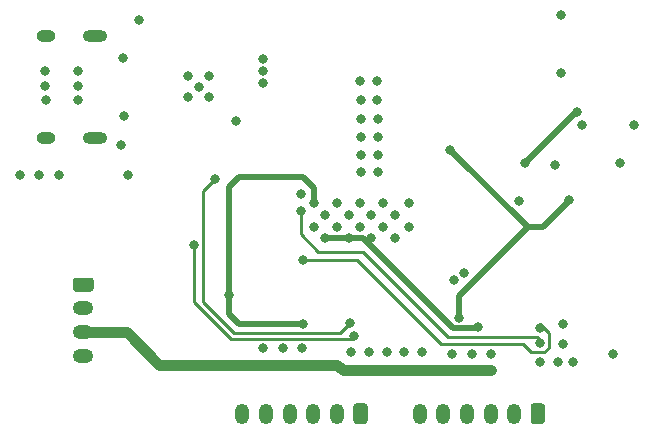
<source format=gbr>
%TF.GenerationSoftware,KiCad,Pcbnew,(5.1.10)-1*%
%TF.CreationDate,2021-10-28T16:28:33-07:00*%
%TF.ProjectId,AtlasPD,41746c61-7350-4442-9e6b-696361645f70,1.0*%
%TF.SameCoordinates,Original*%
%TF.FileFunction,Copper,L4,Bot*%
%TF.FilePolarity,Positive*%
%FSLAX46Y46*%
G04 Gerber Fmt 4.6, Leading zero omitted, Abs format (unit mm)*
G04 Created by KiCad (PCBNEW (5.1.10)-1) date 2021-10-28 16:28:33*
%MOMM*%
%LPD*%
G01*
G04 APERTURE LIST*
%TA.AperFunction,ComponentPad*%
%ADD10O,1.750000X1.200000*%
%TD*%
%TA.AperFunction,ComponentPad*%
%ADD11O,1.200000X1.750000*%
%TD*%
%TA.AperFunction,ComponentPad*%
%ADD12O,2.100000X1.000000*%
%TD*%
%TA.AperFunction,ComponentPad*%
%ADD13O,1.600000X1.000000*%
%TD*%
%TA.AperFunction,ViaPad*%
%ADD14C,0.800000*%
%TD*%
%TA.AperFunction,Conductor*%
%ADD15C,0.500000*%
%TD*%
%TA.AperFunction,Conductor*%
%ADD16C,0.250000*%
%TD*%
%TA.AperFunction,Conductor*%
%ADD17C,0.897604*%
%TD*%
G04 APERTURE END LIST*
D10*
%TO.P,J202,4*%
%TO.N,GND*%
X208407000Y-59467000D03*
%TO.P,J202,3*%
%TO.N,+BATT*%
X208407000Y-57467000D03*
%TO.P,J202,2*%
%TO.N,GND*%
X208407000Y-55467000D03*
%TO.P,J202,1*%
%TO.N,+5V*%
%TA.AperFunction,ComponentPad*%
G36*
G01*
X207781999Y-52867000D02*
X209032001Y-52867000D01*
G75*
G02*
X209282000Y-53116999I0J-249999D01*
G01*
X209282000Y-53817001D01*
G75*
G02*
X209032001Y-54067000I-249999J0D01*
G01*
X207781999Y-54067000D01*
G75*
G02*
X207532000Y-53817001I0J249999D01*
G01*
X207532000Y-53116999D01*
G75*
G02*
X207781999Y-52867000I249999J0D01*
G01*
G37*
%TD.AperFunction*%
%TD*%
D11*
%TO.P,J302,6*%
%TO.N,/Motor Driver/S4*%
X221870000Y-64389000D03*
%TO.P,J302,5*%
%TO.N,/Motor Driver/S3*%
X223870000Y-64389000D03*
%TO.P,J302,4*%
%TO.N,GND*%
X225870000Y-64389000D03*
%TO.P,J302,3*%
%TO.N,+5V*%
X227870000Y-64389000D03*
%TO.P,J302,2*%
%TO.N,/Motor Driver/+M2*%
X229870000Y-64389000D03*
%TO.P,J302,1*%
%TO.N,/Motor Driver/-M2*%
%TA.AperFunction,ComponentPad*%
G36*
G01*
X232470000Y-63763999D02*
X232470000Y-65014001D01*
G75*
G02*
X232220001Y-65264000I-249999J0D01*
G01*
X231519999Y-65264000D01*
G75*
G02*
X231270000Y-65014001I0J249999D01*
G01*
X231270000Y-63763999D01*
G75*
G02*
X231519999Y-63514000I249999J0D01*
G01*
X232220001Y-63514000D01*
G75*
G02*
X232470000Y-63763999I0J-249999D01*
G01*
G37*
%TD.AperFunction*%
%TD*%
%TO.P,J301,6*%
%TO.N,/Motor Driver/S2*%
X236887000Y-64389000D03*
%TO.P,J301,5*%
%TO.N,/Motor Driver/S1*%
X238887000Y-64389000D03*
%TO.P,J301,4*%
%TO.N,GND*%
X240887000Y-64389000D03*
%TO.P,J301,3*%
%TO.N,+5V*%
X242887000Y-64389000D03*
%TO.P,J301,2*%
%TO.N,/Motor Driver/+M1*%
X244887000Y-64389000D03*
%TO.P,J301,1*%
%TO.N,/Motor Driver/-M1*%
%TA.AperFunction,ComponentPad*%
G36*
G01*
X247487000Y-63763999D02*
X247487000Y-65014001D01*
G75*
G02*
X247237001Y-65264000I-249999J0D01*
G01*
X246536999Y-65264000D01*
G75*
G02*
X246287000Y-65014001I0J249999D01*
G01*
X246287000Y-63763999D01*
G75*
G02*
X246536999Y-63514000I249999J0D01*
G01*
X247237001Y-63514000D01*
G75*
G02*
X247487000Y-63763999I0J-249999D01*
G01*
G37*
%TD.AperFunction*%
%TD*%
D12*
%TO.P,J201,S1*%
%TO.N,Net-(J201-PadS1)*%
X209428800Y-41023000D03*
X209428800Y-32383000D03*
D13*
X205248800Y-32383000D03*
X205248800Y-41023000D03*
%TD*%
D14*
%TO.N,GND*%
X248856500Y-30632400D03*
X248869200Y-35534600D03*
X218160600Y-36703000D03*
X219049600Y-37592000D03*
X217271600Y-37592000D03*
X219049600Y-35814000D03*
X217271600Y-35814000D03*
X213080600Y-31064200D03*
X223621600Y-34366200D03*
X223647000Y-35382200D03*
X223647000Y-36372800D03*
X226796600Y-45745400D03*
X211582000Y-41656000D03*
X231089200Y-59156600D03*
X232613200Y-59156600D03*
X234137200Y-59156600D03*
X247091200Y-59982100D03*
X248615200Y-59982100D03*
X249897900Y-60007500D03*
X205181200Y-35331400D03*
X205181200Y-36601400D03*
X205206600Y-37846000D03*
X255066800Y-39903400D03*
X245287800Y-46355000D03*
X248361200Y-43307000D03*
X253263400Y-59309000D03*
X212191600Y-44196000D03*
X203073000Y-44196000D03*
X204647800Y-44196000D03*
X206324200Y-44196000D03*
X239763300Y-53047900D03*
X237121700Y-59156600D03*
X235597700Y-59156600D03*
X249034300Y-58496200D03*
X249034300Y-56781700D03*
%TO.N,+5V*%
X207924400Y-35382200D03*
X207949800Y-37820600D03*
X207924400Y-36601400D03*
X211799347Y-34304147D03*
X221335600Y-39591198D03*
X231927400Y-40995600D03*
X231952800Y-42519600D03*
X231851200Y-36195000D03*
X231876600Y-37820600D03*
X231902000Y-39395400D03*
X211836000Y-39192200D03*
X231927400Y-43942000D03*
X233324400Y-39395400D03*
X233375200Y-42519600D03*
X233299000Y-37820600D03*
X233273600Y-36195000D03*
X233349800Y-40995600D03*
X233349800Y-43942000D03*
%TO.N,VCC*%
X229870000Y-46558200D03*
X231825800Y-46558200D03*
X233807000Y-46558200D03*
X234797600Y-47548800D03*
X232791000Y-47548800D03*
X230860600Y-47548800D03*
X228904800Y-47548800D03*
X227914200Y-48539400D03*
X229870000Y-48539400D03*
X231825800Y-48539400D03*
X233807000Y-48539400D03*
X234797600Y-49530000D03*
X232791000Y-49530000D03*
X230860600Y-49530000D03*
X228904800Y-49530000D03*
X227914200Y-46558200D03*
X236016800Y-48539400D03*
X236016800Y-46558200D03*
X240665000Y-52501800D03*
X220726000Y-54305769D03*
X253847600Y-43129200D03*
X250647200Y-39979600D03*
X226974400Y-56819800D03*
X241795300Y-57048409D03*
%TO.N,/Motor Driver/OUT4*%
X217754200Y-50088800D03*
X231343200Y-57835800D03*
%TO.N,/Motor Driver/OUT3*%
X219583000Y-44500800D03*
X230962200Y-56718200D03*
%TO.N,/Motor Driver/OUT2*%
X226796600Y-47218600D03*
X247077231Y-58441594D03*
%TO.N,/Motor Driver/OUT1*%
X226999800Y-51333400D03*
X247091210Y-57162700D03*
%TO.N,/Motor Driver/EN*%
X239471196Y-42037000D03*
X240182400Y-56286398D03*
X249542300Y-46316900D03*
%TO.N,+BATT*%
X226923600Y-58826400D03*
X225323400Y-58851800D03*
X223647000Y-58851800D03*
X241312700Y-59372500D03*
X239636300Y-59372500D03*
X242912900Y-59347100D03*
X225323400Y-60223400D03*
X223647000Y-60223400D03*
X226923600Y-60223400D03*
X241312700Y-60693300D03*
X239636300Y-60693300D03*
X242912900Y-60667900D03*
%TO.N,/Sheet60A2E58A/RESET*%
X245770400Y-43180000D03*
X250164600Y-38836600D03*
%TD*%
D15*
%TO.N,VCC*%
X220726000Y-54305769D02*
X220726000Y-55981600D01*
X221564200Y-56819800D02*
X226974400Y-56819800D01*
X220726000Y-55981600D02*
X221564200Y-56819800D01*
X226999800Y-44348400D02*
X227914200Y-45262800D01*
X221564200Y-44348400D02*
X226999800Y-44348400D01*
X220726000Y-45186600D02*
X221564200Y-44348400D01*
X227914200Y-45262800D02*
X227914200Y-46558200D01*
X220726000Y-54305769D02*
X220726000Y-45186600D01*
X232079800Y-49530000D02*
X239699800Y-57150000D01*
X228904800Y-49530000D02*
X232079800Y-49530000D01*
X239699800Y-57150000D02*
X241693709Y-57150000D01*
X241693709Y-57150000D02*
X241795300Y-57048409D01*
D16*
%TO.N,/Motor Driver/OUT4*%
X217754200Y-50088800D02*
X217754200Y-54940200D01*
X231077601Y-58101399D02*
X231343200Y-57835800D01*
X220915399Y-58101399D02*
X231077601Y-58101399D01*
X217754200Y-54940200D02*
X220915399Y-58101399D01*
%TO.N,/Motor Driver/OUT3*%
X230098600Y-57581800D02*
X230962200Y-56718200D01*
X221183200Y-57581800D02*
X230098600Y-57581800D01*
X218516200Y-54914800D02*
X221183200Y-57581800D01*
X218516200Y-45567600D02*
X218516200Y-54914800D01*
X219583000Y-44500800D02*
X218516200Y-45567600D01*
%TO.N,/Motor Driver/OUT2*%
X246833125Y-57854588D02*
X247077231Y-58098694D01*
X239248688Y-57854588D02*
X246833125Y-57854588D01*
X232079800Y-50685700D02*
X239248688Y-57854588D01*
X228282500Y-50685700D02*
X232079800Y-50685700D01*
X226796600Y-49199800D02*
X228282500Y-50685700D01*
X226796600Y-47218600D02*
X226796600Y-49199800D01*
%TO.N,/Motor Driver/OUT1*%
X247802233Y-57530823D02*
X247091210Y-56819800D01*
X247425232Y-59166595D02*
X247802232Y-58789595D01*
X246290597Y-59166595D02*
X247425232Y-59166595D01*
X245594802Y-58470800D02*
X246290597Y-59166595D01*
X247802232Y-58789595D02*
X247802233Y-57530823D01*
X238721900Y-58470800D02*
X245594802Y-58470800D01*
X231584500Y-51333400D02*
X238721900Y-58470800D01*
X226999800Y-51333400D02*
X231584500Y-51333400D01*
D15*
%TO.N,/Motor Driver/EN*%
X239471196Y-42037000D02*
X246024396Y-48590200D01*
D16*
X246024396Y-48590200D02*
X246024396Y-48590204D01*
D15*
X246024396Y-48590200D02*
X240182400Y-54432196D01*
X240182400Y-54432196D02*
X240182400Y-56286398D01*
D16*
X249542300Y-46355000D02*
X249542300Y-46316900D01*
D15*
X247307100Y-48590200D02*
X249542300Y-46355000D01*
X246024396Y-48590200D02*
X247307100Y-48590200D01*
D17*
%TO.N,+BATT*%
X208407000Y-57467000D02*
X212089500Y-57467000D01*
X214845900Y-60223400D02*
X226923600Y-60223400D01*
X212089500Y-57467000D02*
X214845900Y-60223400D01*
X230365300Y-60667900D02*
X242912900Y-60667900D01*
X229920800Y-60223400D02*
X230365300Y-60667900D01*
X226923600Y-60223400D02*
X229920800Y-60223400D01*
D15*
%TO.N,/Sheet60A2E58A/RESET*%
X250113800Y-38836600D02*
X250164600Y-38836600D01*
X245770400Y-43180000D02*
X250113800Y-38836600D01*
%TD*%
M02*

</source>
